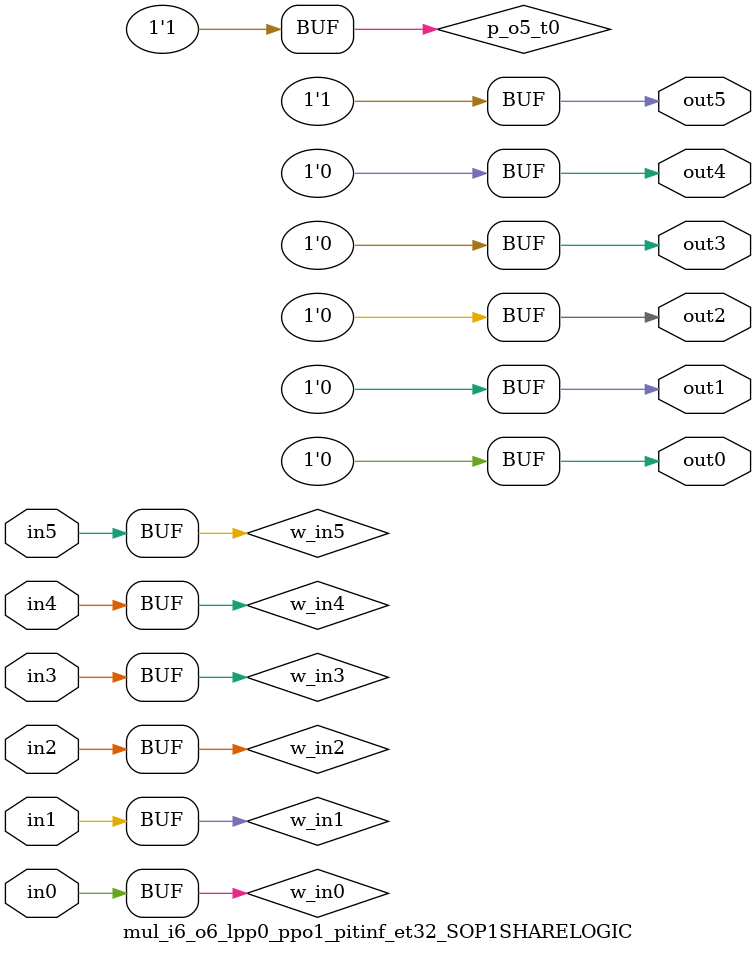
<source format=v>
module mul_i6_o6_lpp0_ppo1_pitinf_et32_SOP1SHARELOGIC (in0, in1, in2, in3, in4, in5, out0, out1, out2, out3, out4, out5);
// declaring inputs
input in0,  in1,  in2,  in3,  in4,  in5;
// declaring outputs
output out0,  out1,  out2,  out3,  out4,  out5;
// JSON model input
wire w_in5, w_in4, w_in3, w_in2, w_in1, w_in0;
// JSON model output
wire w_g25, w_g50, w_g71, w_g81, w_g88, w_g91;
//json model
wire p_o0_t0, p_o1_t0, p_o2_t0, p_o3_t0, p_o4_t0, p_o5_t0;
// JSON model input assign
assign w_in5 = in5;
assign w_in4 = in4;
assign w_in3 = in3;
assign w_in2 = in2;
assign w_in1 = in1;
assign w_in0 = in0;
//json model assigns (approximated/XPATed part)
assign out0 = 0;
assign out1 = 0;
assign out2 = 0;
assign out3 = 0;
assign out4 = 0;
assign p_o5_t0 = 1;
assign out5 = p_o5_t0;
endmodule
</source>
